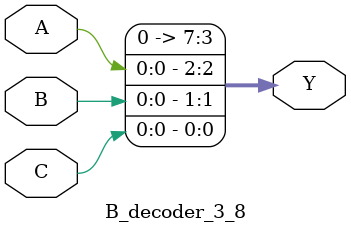
<source format=v>
`timescale 1ns / 1ps


module B_decoder_3_8(
    input A,
    input B,
    input C,
    output [7:0] Y
    );
    always @(A,B,C)
    Y={A,B,C};
endmodule

</source>
